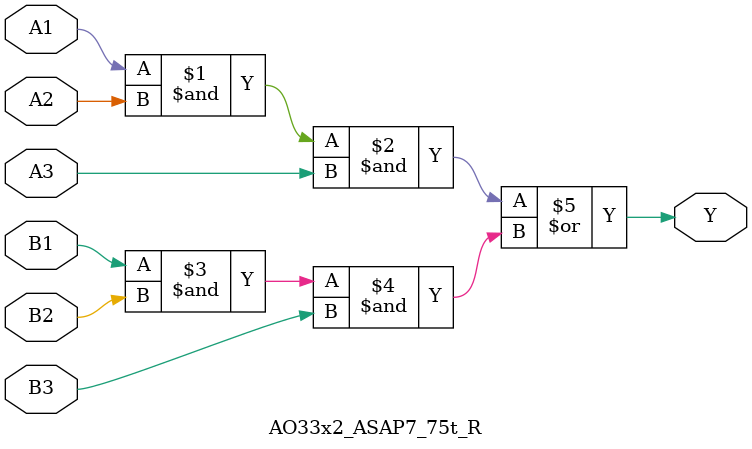
<source format=v>
/* Generated by Yosys 0.51+85 (git sha1 d3aec12fe, clang++ 18.1.8 -fPIC -O3) */

module multiplier(b, o, a);
  wire \$1 ;
  wire \$10 ;
  wire \$11 ;
  wire \$12 ;
  wire \$13 ;
  wire \$14 ;
  wire \$15 ;
  wire \$16 ;
  wire \$17 ;
  wire \$18 ;
  wire \$19 ;
  wire \$2 ;
  wire \$3 ;
  wire \$4 ;
  wire \$5 ;
  wire \$6 ;
  wire \$7 ;
  wire \$8 ;
  wire \$9 ;
  input [3:0] a;
  wire [3:0] a;
  wire [7:0] \a$91 ;
  wire [3:0] a_registered;
  input [3:0] b;
  wire [3:0] b;
  wire [7:0] \b$92 ;
  wire [3:0] b_registered;
  wire booth_b0_m0;
  wire booth_b0_m1;
  wire booth_b0_m2;
  wire booth_b0_m3;
  wire booth_b0_m4;
  wire booth_b2_m0;
  wire booth_b2_m1;
  wire booth_b2_m2;
  wire booth_b2_m3;
  wire booth_b2_m4;
  wire booth_b4_m0;
  wire booth_b4_m1;
  wire booth_b4_m2;
  wire booth_b4_m3;
  wire booth_b4_m4;
  wire [2:0] booth_block0;
  wire [1:0] booth_block0_mand0;
  wire [1:0] booth_block0_mand1;
  wire [1:0] booth_block0_mand2;
  wire [1:0] booth_block0_mand3;
  wire [1:0] booth_block0_mand4;
  wire [1:0] booth_block0_sel;
  wire booth_block0_sign;
  wire [2:0] booth_block2;
  wire [1:0] booth_block2_mand0;
  wire [1:0] booth_block2_mand1;
  wire [1:0] booth_block2_mand2;
  wire [1:0] booth_block2_mand3;
  wire [1:0] booth_block2_mand4;
  wire [1:0] booth_block2_sel;
  wire booth_block2_sign;
  wire [2:0] booth_block4;
  wire [1:0] booth_block4_mand0;
  wire [1:0] booth_block4_mand1;
  wire [1:0] booth_block4_mand2;
  wire [1:0] booth_block4_mand3;
  wire [1:0] booth_block4_mand4;
  wire [1:0] booth_block4_sel;
  wire booth_block4_sign;
  wire c;
  wire \c$78 ;
  wire \c$79 ;
  wire \c$80 ;
  wire \c$81 ;
  wire \c$82 ;
  wire con;
  wire \con$116 ;
  wire \con$118 ;
  wire \con$120 ;
  wire \con$122 ;
  wire \con$124 ;
  wire \con$126 ;
  wire [7:0] final_a_registered;
  wire [7:0] final_b_registered;
  wire [5:0] multiplicand;
  wire [6:0] multiplier;
  wire [2:0] notblock;
  wire [2:0] \notblock$102 ;
  wire [2:0] \notblock$108 ;
  wire notsign;
  wire \notsign$70 ;
  output [7:0] o;
  wire [7:0] o;
  wire [7:0] \o$94 ;
  wire pp_row0_0;
  wire pp_row0_1;
  wire pp_row1_0;
  wire pp_row2_0;
  wire pp_row2_1;
  wire pp_row2_2;
  wire pp_row3_0;
  wire pp_row3_1;
  wire pp_row4_0;
  wire pp_row4_1;
  wire pp_row4_2;
  wire pp_row5_0;
  wire pp_row5_1;
  wire pp_row5_2;
  wire pp_row6_0;
  wire pp_row6_1;
  wire pp_row6_2;
  wire pp_row7_0;
  wire pp_row7_1;
  wire pp_row7_2;
  wire pp_row8_0;
  wire pp_row8_1;
  wire [7:0] result;
  wire [7:0] result_registered;
  wire s;
  wire \s$85 ;
  wire \s$86 ;
  wire \s$87 ;
  wire \s$88 ;
  wire \s$89 ;
  wire \s$90 ;
  wire sel_0;
  wire \sel_0$20 ;
  wire \sel_0$30 ;
  wire sel_1;
  wire \sel_1$21 ;
  wire \sel_1$31 ;
  wire sn;
  wire \sn$117 ;
  wire \sn$119 ;
  wire \sn$121 ;
  wire \sn$123 ;
  wire \sn$125 ;
  wire \sn$127 ;
  wire t;
  wire \t$100 ;
  wire \t$101 ;
  wire \t$103 ;
  wire \t$104 ;
  wire \t$105 ;
  wire \t$106 ;
  wire \t$107 ;
  wire \t$109 ;
  wire \t$110 ;
  wire \t$111 ;
  wire \t$112 ;
  wire \t$113 ;
  wire \t$98 ;
  wire \t$99 ;
  INVx1_ASAP7_75t_R \U$10  (
    .A(a[1]),
    .Y(\$3 )
  );
  AO33x2_ASAP7_75t_R \U$11  (
    .A1(\$3 ),
    .A2(a[0]),
    .A3(1'h0),
    .B1(a[1]),
    .B2(\$2 ),
    .B3(\$1 ),
    .Y(sel_0)
  );
  XOR2x1_ASAP7_75t_R \U$12  (
    .A(a[0]),
    .B(1'h0),
    .Y(sel_1)
  );
  AO22x1_ASAP7_75t_R \U$13  (
    .A1(1'h0),
    .A2(sel_0),
    .B1(b[0]),
    .B2(sel_1),
    .Y(t)
  );
  XOR2x1_ASAP7_75t_R \U$14  (
    .A(t),
    .B(a[1]),
    .Y(pp_row0_0)
  );
  AO22x1_ASAP7_75t_R \U$15  (
    .A1(b[0]),
    .A2(sel_0),
    .B1(b[1]),
    .B2(sel_1),
    .Y(\t$98 )
  );
  XOR2x1_ASAP7_75t_R \U$16  (
    .A(\t$98 ),
    .B(a[1]),
    .Y(pp_row1_0)
  );
  AO22x1_ASAP7_75t_R \U$17  (
    .A1(b[1]),
    .A2(sel_0),
    .B1(b[2]),
    .B2(sel_1),
    .Y(\t$99 )
  );
  XOR2x1_ASAP7_75t_R \U$18  (
    .A(\t$99 ),
    .B(a[1]),
    .Y(pp_row2_0)
  );
  AO22x1_ASAP7_75t_R \U$19  (
    .A1(b[2]),
    .A2(sel_0),
    .B1(b[3]),
    .B2(sel_1),
    .Y(\t$100 )
  );
  XOR2x1_ASAP7_75t_R \U$20  (
    .A(\t$100 ),
    .B(a[1]),
    .Y(pp_row3_0)
  );
  AO22x1_ASAP7_75t_R \U$21  (
    .A1(b[3]),
    .A2(sel_0),
    .B1(1'h0),
    .B2(sel_1),
    .Y(\t$101 )
  );
  XOR2x1_ASAP7_75t_R \U$22  (
    .A(\t$101 ),
    .B(a[1]),
    .Y(pp_row4_0)
  );
  INVx1_ASAP7_75t_R \U$23  (
    .A(a[1]),
    .Y(pp_row7_0)
  );
  INVx1_ASAP7_75t_R \U$24  (
    .A(a[1]),
    .Y(\$4 )
  );
  INVx1_ASAP7_75t_R \U$25  (
    .A(a[2]),
    .Y(\$5 )
  );
  INVx1_ASAP7_75t_R \U$26  (
    .A(a[3]),
    .Y(\$6 )
  );
  AO33x2_ASAP7_75t_R \U$27  (
    .A1(\$6 ),
    .A2(a[2]),
    .A3(a[1]),
    .B1(a[3]),
    .B2(\$5 ),
    .B3(\$4 ),
    .Y(\sel_0$20 )
  );
  XOR2x1_ASAP7_75t_R \U$28  (
    .A(a[2]),
    .B(a[1]),
    .Y(\sel_1$21 )
  );
  AO22x1_ASAP7_75t_R \U$29  (
    .A1(1'h0),
    .A2(\sel_0$20 ),
    .B1(b[0]),
    .B2(\sel_1$21 ),
    .Y(\t$103 )
  );
  XOR2x1_ASAP7_75t_R \U$30  (
    .A(\t$103 ),
    .B(a[3]),
    .Y(pp_row2_1)
  );
  AO22x1_ASAP7_75t_R \U$31  (
    .A1(b[0]),
    .A2(\sel_0$20 ),
    .B1(b[1]),
    .B2(\sel_1$21 ),
    .Y(\t$104 )
  );
  XOR2x1_ASAP7_75t_R \U$32  (
    .A(\t$104 ),
    .B(a[3]),
    .Y(pp_row3_1)
  );
  AO22x1_ASAP7_75t_R \U$33  (
    .A1(b[1]),
    .A2(\sel_0$20 ),
    .B1(b[2]),
    .B2(\sel_1$21 ),
    .Y(\t$105 )
  );
  XOR2x1_ASAP7_75t_R \U$34  (
    .A(\t$105 ),
    .B(a[3]),
    .Y(pp_row4_1)
  );
  AO22x1_ASAP7_75t_R \U$35  (
    .A1(b[2]),
    .A2(\sel_0$20 ),
    .B1(b[3]),
    .B2(\sel_1$21 ),
    .Y(\t$106 )
  );
  XOR2x1_ASAP7_75t_R \U$36  (
    .A(\t$106 ),
    .B(a[3]),
    .Y(pp_row5_1)
  );
  AO22x1_ASAP7_75t_R \U$37  (
    .A1(b[3]),
    .A2(\sel_0$20 ),
    .B1(1'h0),
    .B2(\sel_1$21 ),
    .Y(\t$107 )
  );
  XOR2x1_ASAP7_75t_R \U$38  (
    .A(\t$107 ),
    .B(a[3]),
    .Y(pp_row6_1)
  );
  INVx1_ASAP7_75t_R \U$39  (
    .A(a[3]),
    .Y(pp_row7_1)
  );
  INVx1_ASAP7_75t_R \U$40  (
    .A(a[3]),
    .Y(\$7 )
  );
  INVx1_ASAP7_75t_R \U$41  (
    .A(1'h0),
    .Y(\$8 )
  );
  INVx1_ASAP7_75t_R \U$42  (
    .A(1'h0),
    .Y(\$9 )
  );
  AO33x2_ASAP7_75t_R \U$43  (
    .A1(\$9 ),
    .A2(1'h0),
    .A3(a[3]),
    .B1(1'h0),
    .B2(\$8 ),
    .B3(\$7 ),
    .Y(\sel_0$30 )
  );
  XOR2x1_ASAP7_75t_R \U$44  (
    .A(1'h0),
    .B(a[3]),
    .Y(\sel_1$31 )
  );
  AO22x1_ASAP7_75t_R \U$45  (
    .A1(1'h0),
    .A2(\sel_0$30 ),
    .B1(b[0]),
    .B2(\sel_1$31 ),
    .Y(\t$109 )
  );
  XOR2x1_ASAP7_75t_R \U$46  (
    .A(\t$109 ),
    .B(1'h0),
    .Y(pp_row4_2)
  );
  AO22x1_ASAP7_75t_R \U$47  (
    .A1(b[0]),
    .A2(\sel_0$30 ),
    .B1(b[1]),
    .B2(\sel_1$31 ),
    .Y(\t$110 )
  );
  XOR2x1_ASAP7_75t_R \U$48  (
    .A(\t$110 ),
    .B(1'h0),
    .Y(pp_row5_2)
  );
  AO22x1_ASAP7_75t_R \U$49  (
    .A1(b[1]),
    .A2(\sel_0$30 ),
    .B1(b[2]),
    .B2(\sel_1$31 ),
    .Y(\t$111 )
  );
  XOR2x1_ASAP7_75t_R \U$50  (
    .A(\t$111 ),
    .B(1'h0),
    .Y(pp_row6_2)
  );
  AO22x1_ASAP7_75t_R \U$51  (
    .A1(b[2]),
    .A2(\sel_0$30 ),
    .B1(b[3]),
    .B2(\sel_1$31 ),
    .Y(\t$112 )
  );
  XOR2x1_ASAP7_75t_R \U$52  (
    .A(\t$112 ),
    .B(1'h0),
    .Y(pp_row7_2)
  );
  AO22x1_ASAP7_75t_R \U$53  (
    .A1(b[3]),
    .A2(\sel_0$30 ),
    .B1(1'h0),
    .B2(\sel_1$31 ),
    .Y(\t$113 )
  );
  XOR2x1_ASAP7_75t_R \U$54  (
    .A(\t$113 ),
    .B(1'h0),
    .Y(pp_row8_1)
  );
  INVx1_ASAP7_75t_R \U$55  (
    .A(1'h0),
    .Y(\$10 )
  );
  INVx1_ASAP7_75t_R \U$56  (
    .A(con),
    .Y(c)
  );
  INVx1_ASAP7_75t_R \U$57  (
    .A(sn),
    .Y(s)
  );
  INVx1_ASAP7_75t_R \U$58  (
    .A(\con$116 ),
    .Y(\c$78 )
  );
  INVx1_ASAP7_75t_R \U$59  (
    .A(\sn$117 ),
    .Y(\s$85 )
  );
  INVx1_ASAP7_75t_R \U$60  (
    .A(\con$118 ),
    .Y(\c$79 )
  );
  INVx1_ASAP7_75t_R \U$61  (
    .A(\sn$119 ),
    .Y(\s$86 )
  );
  INVx1_ASAP7_75t_R \U$62  (
    .A(\con$120 ),
    .Y(\c$80 )
  );
  INVx1_ASAP7_75t_R \U$63  (
    .A(\sn$121 ),
    .Y(\s$87 )
  );
  INVx1_ASAP7_75t_R \U$64  (
    .A(\con$122 ),
    .Y(\c$81 )
  );
  INVx1_ASAP7_75t_R \U$65  (
    .A(\sn$123 ),
    .Y(\s$88 )
  );
  INVx1_ASAP7_75t_R \U$66  (
    .A(\con$124 ),
    .Y(\c$82 )
  );
  INVx1_ASAP7_75t_R \U$67  (
    .A(\sn$125 ),
    .Y(\s$89 )
  );
  INVx1_ASAP7_75t_R \U$68  (
    .A(\con$126 ),
    .Y(\$11 )
  );
  INVx1_ASAP7_75t_R \U$69  (
    .A(\sn$127 ),
    .Y(\s$90 )
  );
  INVx1_ASAP7_75t_R \U$8  (
    .A(1'h0),
    .Y(\$1 )
  );
  INVx1_ASAP7_75t_R \U$9  (
    .A(a[0]),
    .Y(\$2 )
  );
  FAx1_ASAP7_75t_R dadda_fa_0_4_0 (
    .A(pp_row4_0),
    .B(pp_row4_1),
    .CI(pp_row4_2),
    .CON(\con$118 ),
    .SN(\sn$119 )
  );
  FAx1_ASAP7_75t_R dadda_fa_0_5_0 (
    .A(a[1]),
    .B(pp_row5_1),
    .CI(pp_row5_2),
    .CON(\con$120 ),
    .SN(\sn$121 )
  );
  FAx1_ASAP7_75t_R dadda_fa_0_6_0 (
    .A(a[1]),
    .B(pp_row6_1),
    .CI(pp_row6_2),
    .CON(\con$122 ),
    .SN(\sn$123 )
  );
  FAx1_ASAP7_75t_R dadda_fa_0_7_0 (
    .A(pp_row7_0),
    .B(pp_row7_1),
    .CI(pp_row7_2),
    .CON(\con$124 ),
    .SN(\sn$125 )
  );
  HAxp5_ASAP7_75t_R dadda_ha_0_2_0 (
    .A(pp_row2_0),
    .B(pp_row2_1),
    .CON(con),
    .SN(sn)
  );
  HAxp5_ASAP7_75t_R dadda_ha_0_3_0 (
    .A(pp_row3_0),
    .B(pp_row3_1),
    .CON(\con$116 ),
    .SN(\sn$117 )
  );
  HAxp5_ASAP7_75t_R dadda_ha_0_8_0 (
    .A(1'h1),
    .B(pp_row8_1),
    .CON(\con$126 ),
    .SN(\sn$127 )
  );
  \multiplier.final_adder  final_adder (
    .\port$0$3 (a[1]),
    .\port$0$5 (a[3]),
    .\port$122$0 (c),
    .\port$123$0 (s),
    .\port$124$0 (\c$78 ),
    .\port$125$0 (\s$85 ),
    .\port$126$0 (\c$79 ),
    .\port$127$0 (\s$86 ),
    .\port$128$0 (\c$80 ),
    .\port$129$0 (\s$87 ),
    .\port$130$0 (\c$81 ),
    .\port$131$0 (\s$88 ),
    .\port$133$0 (\s$89 ),
    .\port$66$0 (\$12 ),
    .\port$67$0 (\$13 ),
    .\port$68$0 (\$14 ),
    .\port$69$0 (\$15 ),
    .\port$70$0 (\$16 ),
    .\port$71$0 (\$17 ),
    .\port$72$0 (\$18 ),
    .\port$73$0 (\$19 ),
    .\port$80$0 (pp_row0_0),
    .\port$82$0 (pp_row1_0)
  );
  assign a_registered = a;
  assign b_registered = b;
  assign multiplier = { 2'h0, a, 1'h0 };
  assign multiplicand = { 1'h0, b, 1'h0 };
  assign booth_block0 = { a[1:0], 1'h0 };
  assign booth_block0_sign = a[1];
  assign booth_block0_sel = { sel_1, sel_0 };
  assign booth_block0_mand0 = { b[0], 1'h0 };
  assign booth_block0_mand1 = b[1:0];
  assign booth_block0_mand2 = b[2:1];
  assign booth_block0_mand3 = b[3:2];
  assign booth_block0_mand4 = { 1'h0, b[3] };
  assign booth_block2 = a[3:1];
  assign booth_block2_sign = a[3];
  assign booth_block2_sel = { \sel_1$21 , \sel_0$20  };
  assign booth_block2_mand0 = { b[0], 1'h0 };
  assign booth_block2_mand1 = b[1:0];
  assign booth_block2_mand2 = b[2:1];
  assign booth_block2_mand3 = b[3:2];
  assign booth_block2_mand4 = { 1'h0, b[3] };
  assign booth_block4 = { 2'h0, a[3] };
  assign booth_block4_sign = 1'h0;
  assign booth_block4_sel = { \sel_1$31 , \sel_0$30  };
  assign booth_block4_mand0 = { b[0], 1'h0 };
  assign booth_block4_mand1 = b[1:0];
  assign booth_block4_mand2 = b[2:1];
  assign booth_block4_mand3 = b[3:2];
  assign booth_block4_mand4 = { 1'h0, b[3] };
  assign booth_b0_m0 = pp_row0_0;
  assign pp_row0_1 = a[1];
  assign booth_b0_m1 = pp_row1_0;
  assign booth_b0_m2 = pp_row2_0;
  assign booth_b2_m0 = pp_row2_1;
  assign pp_row2_2 = a[3];
  assign booth_b0_m3 = pp_row3_0;
  assign booth_b2_m1 = pp_row3_1;
  assign booth_b0_m4 = pp_row4_0;
  assign booth_b2_m2 = pp_row4_1;
  assign booth_b4_m0 = pp_row4_2;
  assign pp_row5_0 = a[1];
  assign booth_b2_m3 = pp_row5_1;
  assign booth_b4_m1 = pp_row5_2;
  assign pp_row6_0 = a[1];
  assign booth_b2_m4 = pp_row6_1;
  assign booth_b4_m2 = pp_row6_2;
  assign notsign = pp_row7_0;
  assign \notsign$70  = pp_row7_1;
  assign booth_b4_m3 = pp_row7_2;
  assign pp_row8_0 = 1'h1;
  assign booth_b4_m4 = pp_row8_1;
  assign final_a_registered = { \c$81 , \c$80 , \c$79 , \c$78 , c, a[3], pp_row1_0, pp_row0_0 };
  assign final_b_registered = { \s$89 , \s$88 , \s$87 , \s$86 , \s$85 , s, 1'h0, a[1] };
  assign \a$91  = { \c$81 , \c$80 , \c$79 , \c$78 , c, a[3], pp_row1_0, pp_row0_0 };
  assign \b$92  = { \s$89 , \s$88 , \s$87 , \s$86 , \s$85 , s, 1'h0, a[1] };
  assign result = { \$19 , \$18 , \$17 , \$16 , \$15 , \$14 , \$13 , \$12  };
  assign \o$94  = { \$19 , \$18 , \$17 , \$16 , \$15 , \$14 , \$13 , \$12  };
  assign result_registered = { \$19 , \$18 , \$17 , \$16 , \$15 , \$14 , \$13 , \$12  };
  assign notblock = { \$3 , \$2 , \$1  };
  assign \notblock$102  = { \$6 , \$5 , \$4  };
  assign \notblock$108  = { \$9 , \$8 , \$7  };
  assign o = { \$19 , \$18 , \$17 , \$16 , \$15 , \$14 , \$13 , \$12  };
endmodule

module \multiplier.final_adder (\port$0$5 , \port$66$0 , \port$67$0 , \port$68$0 , \port$69$0 , \port$70$0 , \port$71$0 , \port$72$0 , \port$73$0 , \port$80$0 , \port$82$0 , \port$122$0 , \port$123$0 , \port$124$0 , \port$125$0 , \port$126$0 , \port$127$0 , \port$128$0 , \port$129$0 , \port$130$0 , \port$131$0 
, \port$133$0 , \port$0$3 );
  wire \$1 ;
  wire \$10 ;
  wire \$11 ;
  wire \$12 ;
  wire \$13 ;
  wire \$2 ;
  wire \$3 ;
  wire \$4 ;
  wire \$5 ;
  wire \$6 ;
  wire \$7 ;
  wire \$8 ;
  wire \$9 ;
  wire \$signal ;
  wire \$signal$10 ;
  wire \$signal$11 ;
  wire \$signal$12 ;
  wire \$signal$13 ;
  wire \$signal$14 ;
  wire \$signal$15 ;
  wire \$signal$16 ;
  wire \$signal$17 ;
  wire \$signal$18 ;
  wire \$signal$19 ;
  wire \$signal$39 ;
  wire \$signal$40 ;
  wire \$signal$41 ;
  wire \$signal$42 ;
  wire \$signal$43 ;
  wire \$signal$44 ;
  wire \$signal$45 ;
  wire \$signal$46 ;
  wire \$signal$5 ;
  wire \$signal$6 ;
  wire \$signal$7 ;
  wire \$signal$8 ;
  wire \$signal$9 ;
  wire [7:0] a;
  wire [7:0] \a$1 ;
  wire [7:0] b;
  wire [7:0] \b$3 ;
  wire con;
  wire \con$25 ;
  wire \con$27 ;
  wire \con$29 ;
  wire \con$31 ;
  wire \con$33 ;
  wire \con$35 ;
  wire \con$37 ;
  wire g_new;
  wire \g_new$50 ;
  wire \g_new$53 ;
  wire \g_new$54 ;
  wire \g_new$56 ;
  wire \g_new$58 ;
  wire \g_new$60 ;
  wire \g_new$63 ;
  wire \g_new$64 ;
  wire \g_new$67 ;
  wire \g_new$68 ;
  wire \g_new$70 ;
  wire \g_new$72 ;
  wire \g_new$73 ;
  wire \g_new$74 ;
  wire \g_new$75 ;
  wire [7:0] o;
  wire [7:0] \o$22 ;
  wire [7:0] o2;
  wire p_new;
  wire \p_new$48 ;
  wire \p_new$51 ;
  wire \p_new$52 ;
  wire \p_new$55 ;
  wire \p_new$57 ;
  wire \p_new$59 ;
  wire \p_new$61 ;
  wire \p_new$62 ;
  wire \p_new$65 ;
  wire \p_new$66 ;
  wire \p_new$69 ;
  wire \p_new$71 ;
  input \port$0$3 ;
  wire \port$0$3 ;
  input \port$0$5 ;
  wire \port$0$5 ;
  input \port$122$0 ;
  wire \port$122$0 ;
  input \port$123$0 ;
  wire \port$123$0 ;
  input \port$124$0 ;
  wire \port$124$0 ;
  input \port$125$0 ;
  wire \port$125$0 ;
  input \port$126$0 ;
  wire \port$126$0 ;
  input \port$127$0 ;
  wire \port$127$0 ;
  input \port$128$0 ;
  wire \port$128$0 ;
  input \port$129$0 ;
  wire \port$129$0 ;
  input \port$130$0 ;
  wire \port$130$0 ;
  input \port$131$0 ;
  wire \port$131$0 ;
  input \port$133$0 ;
  wire \port$133$0 ;
  output \port$66$0 ;
  wire \port$66$0 ;
  output \port$67$0 ;
  wire \port$67$0 ;
  output \port$68$0 ;
  wire \port$68$0 ;
  output \port$69$0 ;
  wire \port$69$0 ;
  output \port$70$0 ;
  wire \port$70$0 ;
  output \port$71$0 ;
  wire \port$71$0 ;
  output \port$72$0 ;
  wire \port$72$0 ;
  output \port$73$0 ;
  wire \port$73$0 ;
  input \port$80$0 ;
  wire \port$80$0 ;
  input \port$82$0 ;
  wire \port$82$0 ;
  wire sn;
  wire \sn$26 ;
  wire \sn$28 ;
  wire \sn$30 ;
  wire \sn$32 ;
  wire \sn$34 ;
  wire \sn$36 ;
  wire \sn$38 ;
  HAxp5_ASAP7_75t_R \U$0  (
    .A(\port$80$0 ),
    .B(\port$0$3 ),
    .CON(con),
    .SN(sn)
  );
  INVx1_ASAP7_75t_R \U$1  (
    .A(con),
    .Y(\$signal$46 )
  );
  INVx1_ASAP7_75t_R \U$10  (
    .A(\con$29 ),
    .Y(\$signal$43 )
  );
  INVx1_ASAP7_75t_R \U$11  (
    .A(\sn$30 ),
    .Y(\$signal$10 )
  );
  HAxp5_ASAP7_75t_R \U$12  (
    .A(\port$124$0 ),
    .B(\port$127$0 ),
    .CON(\con$31 ),
    .SN(\sn$32 )
  );
  INVx1_ASAP7_75t_R \U$13  (
    .A(\con$31 ),
    .Y(\$signal$42 )
  );
  INVx1_ASAP7_75t_R \U$14  (
    .A(\sn$32 ),
    .Y(\$signal$12 )
  );
  HAxp5_ASAP7_75t_R \U$15  (
    .A(\port$126$0 ),
    .B(\port$129$0 ),
    .CON(\con$33 ),
    .SN(\sn$34 )
  );
  INVx1_ASAP7_75t_R \U$16  (
    .A(\con$33 ),
    .Y(\$signal$41 )
  );
  INVx1_ASAP7_75t_R \U$17  (
    .A(\sn$34 ),
    .Y(\$signal$14 )
  );
  HAxp5_ASAP7_75t_R \U$18  (
    .A(\port$128$0 ),
    .B(\port$131$0 ),
    .CON(\con$35 ),
    .SN(\sn$36 )
  );
  INVx1_ASAP7_75t_R \U$19  (
    .A(\con$35 ),
    .Y(\$signal$39 )
  );
  INVx1_ASAP7_75t_R \U$2  (
    .A(sn),
    .Y(\$signal )
  );
  INVx1_ASAP7_75t_R \U$20  (
    .A(\sn$36 ),
    .Y(\$signal$16 )
  );
  HAxp5_ASAP7_75t_R \U$21  (
    .A(\port$130$0 ),
    .B(\port$133$0 ),
    .CON(\con$37 ),
    .SN(\sn$38 )
  );
  INVx1_ASAP7_75t_R \U$22  (
    .A(\con$37 ),
    .Y(\$signal$40 )
  );
  INVx1_ASAP7_75t_R \U$23  (
    .A(\sn$38 ),
    .Y(\$signal$18 )
  );
  AND2x2_ASAP7_75t_R \U$24  (
    .A(\$signal$16 ),
    .B(\$signal$18 ),
    .Y(\p_new$48 )
  );
  AO21x1_ASAP7_75t_R \U$25  (
    .A1(\$signal$18 ),
    .A2(\$signal$39 ),
    .B(\$signal$40 ),
    .Y(\g_new$50 )
  );
  AND2x2_ASAP7_75t_R \U$26  (
    .A(\$signal$14 ),
    .B(\$signal$16 ),
    .Y(\p_new$52 )
  );
  AO21x1_ASAP7_75t_R \U$27  (
    .A1(\$signal$16 ),
    .A2(\$signal$41 ),
    .B(\$signal$39 ),
    .Y(\g_new$54 )
  );
  AND2x2_ASAP7_75t_R \U$28  (
    .A(\$signal$12 ),
    .B(\$signal$14 ),
    .Y(p_new)
  );
  AO21x1_ASAP7_75t_R \U$29  (
    .A1(\$signal$14 ),
    .A2(\$signal$42 ),
    .B(\$signal$41 ),
    .Y(g_new)
  );
  HAxp5_ASAP7_75t_R \U$3  (
    .A(\port$82$0 ),
    .B(1'h0),
    .CON(\con$25 ),
    .SN(\sn$26 )
  );
  AND2x2_ASAP7_75t_R \U$30  (
    .A(\$signal$10 ),
    .B(\$signal$12 ),
    .Y(\p_new$51 )
  );
  AO21x1_ASAP7_75t_R \U$31  (
    .A1(\$signal$12 ),
    .A2(\$signal$43 ),
    .B(\$signal$42 ),
    .Y(\g_new$53 )
  );
  AND2x2_ASAP7_75t_R \U$32  (
    .A(\$signal$8 ),
    .B(\$signal$10 ),
    .Y(\p_new$55 )
  );
  AO21x1_ASAP7_75t_R \U$33  (
    .A1(\$signal$10 ),
    .A2(\$signal$44 ),
    .B(\$signal$43 ),
    .Y(\g_new$56 )
  );
  AND2x2_ASAP7_75t_R \U$34  (
    .A(\$signal$6 ),
    .B(\$signal$8 ),
    .Y(\p_new$57 )
  );
  AO21x1_ASAP7_75t_R \U$35  (
    .A1(\$signal$8 ),
    .A2(\$signal$45 ),
    .B(\$signal$44 ),
    .Y(\g_new$58 )
  );
  AND2x2_ASAP7_75t_R \U$36  (
    .A(\$signal ),
    .B(\$signal$6 ),
    .Y(\p_new$59 )
  );
  AO21x1_ASAP7_75t_R \U$37  (
    .A1(\$signal$6 ),
    .A2(\$signal$46 ),
    .B(\$signal$45 ),
    .Y(\g_new$60 )
  );
  AND2x2_ASAP7_75t_R \U$38  (
    .A(p_new),
    .B(\p_new$48 ),
    .Y(\p_new$62 )
  );
  AO21x1_ASAP7_75t_R \U$39  (
    .A1(\p_new$48 ),
    .A2(g_new),
    .B(\g_new$50 ),
    .Y(\g_new$64 )
  );
  INVx1_ASAP7_75t_R \U$4  (
    .A(\con$25 ),
    .Y(\$signal$45 )
  );
  AND2x2_ASAP7_75t_R \U$40  (
    .A(\p_new$51 ),
    .B(\p_new$52 ),
    .Y(\p_new$66 )
  );
  AO21x1_ASAP7_75t_R \U$41  (
    .A1(\p_new$52 ),
    .A2(\g_new$53 ),
    .B(\g_new$54 ),
    .Y(\g_new$68 )
  );
  AND2x2_ASAP7_75t_R \U$42  (
    .A(\p_new$55 ),
    .B(p_new),
    .Y(\p_new$69 )
  );
  AO21x1_ASAP7_75t_R \U$43  (
    .A1(p_new),
    .A2(\g_new$56 ),
    .B(g_new),
    .Y(\g_new$70 )
  );
  AND2x2_ASAP7_75t_R \U$44  (
    .A(\p_new$57 ),
    .B(\p_new$51 ),
    .Y(\p_new$71 )
  );
  AO21x1_ASAP7_75t_R \U$45  (
    .A1(\p_new$51 ),
    .A2(\g_new$58 ),
    .B(\g_new$53 ),
    .Y(\g_new$72 )
  );
  AND2x2_ASAP7_75t_R \U$46  (
    .A(\p_new$59 ),
    .B(\p_new$55 ),
    .Y(\p_new$61 )
  );
  AO21x1_ASAP7_75t_R \U$47  (
    .A1(\p_new$55 ),
    .A2(\g_new$60 ),
    .B(\g_new$56 ),
    .Y(\g_new$63 )
  );
  AND2x2_ASAP7_75t_R \U$48  (
    .A(\$signal ),
    .B(\p_new$57 ),
    .Y(\p_new$65 )
  );
  AO21x1_ASAP7_75t_R \U$49  (
    .A1(\p_new$57 ),
    .A2(\$signal$46 ),
    .B(\g_new$58 ),
    .Y(\g_new$67 )
  );
  INVx1_ASAP7_75t_R \U$5  (
    .A(\sn$26 ),
    .Y(\$signal$6 )
  );
  AND2x2_ASAP7_75t_R \U$50  (
    .A(\p_new$61 ),
    .B(\p_new$62 ),
    .Y(\$1 )
  );
  AO21x1_ASAP7_75t_R \U$51  (
    .A1(\p_new$62 ),
    .A2(\g_new$63 ),
    .B(\g_new$64 ),
    .Y(\$2 )
  );
  AND2x2_ASAP7_75t_R \U$52  (
    .A(\p_new$65 ),
    .B(\p_new$66 ),
    .Y(\$3 )
  );
  AO21x1_ASAP7_75t_R \U$53  (
    .A1(\p_new$66 ),
    .A2(\g_new$67 ),
    .B(\g_new$68 ),
    .Y(\g_new$75 )
  );
  AND2x2_ASAP7_75t_R \U$54  (
    .A(\p_new$59 ),
    .B(\p_new$69 ),
    .Y(\$4 )
  );
  AO21x1_ASAP7_75t_R \U$55  (
    .A1(\p_new$69 ),
    .A2(\g_new$60 ),
    .B(\g_new$70 ),
    .Y(\g_new$74 )
  );
  AND2x2_ASAP7_75t_R \U$56  (
    .A(\$signal ),
    .B(\p_new$71 ),
    .Y(\$5 )
  );
  AO21x1_ASAP7_75t_R \U$57  (
    .A1(\p_new$71 ),
    .A2(\$signal$46 ),
    .B(\g_new$72 ),
    .Y(\g_new$73 )
  );
  XOR2x1_ASAP7_75t_R \U$58  (
    .A(\$signal ),
    .B(1'h0),
    .Y(\$6 )
  );
  XOR2x1_ASAP7_75t_R \U$59  (
    .A(\$signal$6 ),
    .B(\$signal$46 ),
    .Y(\$7 )
  );
  HAxp5_ASAP7_75t_R \U$6  (
    .A(\port$0$5 ),
    .B(\port$123$0 ),
    .CON(\con$27 ),
    .SN(\sn$28 )
  );
  XOR2x1_ASAP7_75t_R \U$60  (
    .A(\$signal$8 ),
    .B(\g_new$60 ),
    .Y(\$8 )
  );
  XOR2x1_ASAP7_75t_R \U$61  (
    .A(\$signal$10 ),
    .B(\g_new$67 ),
    .Y(\$9 )
  );
  XOR2x1_ASAP7_75t_R \U$62  (
    .A(\$signal$12 ),
    .B(\g_new$63 ),
    .Y(\$10 )
  );
  XOR2x1_ASAP7_75t_R \U$63  (
    .A(\$signal$14 ),
    .B(\g_new$73 ),
    .Y(\$11 )
  );
  XOR2x1_ASAP7_75t_R \U$64  (
    .A(\$signal$16 ),
    .B(\g_new$74 ),
    .Y(\$12 )
  );
  XOR2x1_ASAP7_75t_R \U$65  (
    .A(\$signal$18 ),
    .B(\g_new$75 ),
    .Y(\$13 )
  );
  INVx1_ASAP7_75t_R \U$7  (
    .A(\con$27 ),
    .Y(\$signal$44 )
  );
  INVx1_ASAP7_75t_R \U$8  (
    .A(\sn$28 ),
    .Y(\$signal$8 )
  );
  HAxp5_ASAP7_75t_R \U$9  (
    .A(\port$122$0 ),
    .B(\port$125$0 ),
    .CON(\con$29 ),
    .SN(\sn$30 )
  );
  assign a = { \port$130$0 , \port$128$0 , \port$126$0 , \port$124$0 , \port$122$0 , \port$0$5 , \port$82$0 , \port$80$0  };
  assign \a$1  = { \port$130$0 , \port$128$0 , \port$126$0 , \port$124$0 , \port$122$0 , \port$0$5 , \port$82$0 , \port$80$0  };
  assign b = { \port$133$0 , \port$131$0 , \port$129$0 , \port$127$0 , \port$125$0 , \port$123$0 , 1'h0, \port$0$3  };
  assign \b$3  = { \port$133$0 , \port$131$0 , \port$129$0 , \port$127$0 , \port$125$0 , \port$123$0 , 1'h0, \port$0$3  };
  assign \$signal$5  = \$signal ;
  assign \$signal$7  = \$signal$6 ;
  assign \$signal$9  = \$signal$8 ;
  assign \$signal$11  = \$signal$10 ;
  assign \$signal$13  = \$signal$12 ;
  assign \$signal$15  = \$signal$14 ;
  assign \$signal$17  = \$signal$16 ;
  assign \$signal$19  = \$signal$18 ;
  assign o2 = { \$13 , \$12 , \$11 , \$10 , \$9 , \$8 , \$7 , \$6  };
  assign o = { \$13 , \$12 , \$11 , \$10 , \$9 , \$8 , \$7 , \$6  };
  assign \o$22  = { \$13 , \$12 , \$11 , \$10 , \$9 , \$8 , \$7 , \$6  };
  assign \port$66$0  = \$6 ;
  assign \port$67$0  = \$7 ;
  assign \port$68$0  = \$8 ;
  assign \port$69$0  = \$9 ;
  assign \port$70$0  = \$10 ;
  assign \port$71$0  = \$11 ;
  assign \port$72$0  = \$12 ;
  assign \port$73$0  = \$13 ;
endmodule


module AND2x2_ASAP7_75t_R (Y, A, B);
	output Y;
	input A, B;

	// Function
	assign Y = A & B;

endmodule

module XOR2x1_ASAP7_75t_R (Y, A, B);
	output Y;
	input A, B;

	// Function
	assign Y = A ^ B;

endmodule

module INVx1_ASAP7_75t_R (Y, A);
	output Y;
	input A;

	// Function
	assign Y = ~A;

endmodule

module FAx1_ASAP7_75t_R (CON, SN, A, B, CI);
	output CON, SN;
	input A, B, CI;

	// Function
	assign SN  = A ^ B ^ CI;
	assign CON = (A & B) | (A & CI) | (B & CI);

endmodule

module HAxp5_ASAP7_75t_R (CON, SN, A, B);
	output CON, SN;
	input A, B;

	// Function
	assign SN  = A ^ B;
	assign CON = A & B;;

endmodule

module AO21x1_ASAP7_75t_R (Y, A1, A2, B);
	output Y;
	input A1, A2, B;

	// Function

	assign Y = (A1 & A2) | B;

endmodule

module AO22x1_ASAP7_75t_R (Y, A1, A2, B1, B2);
	output Y;
	input A1, A2, B1, B2;

	// Function
	assign Y = (A1 & A2) | (B1 & B2);

endmodule

module AO33x2_ASAP7_75t_R (Y, A1, A2, A3, B1, B2, B3);
	output Y;
	input A1, A2, A3, B1, B2, B3;

	// Function
	assign Y = (A1 & A2 & A3) | (B1 & B2 & B3);

endmodule

</source>
